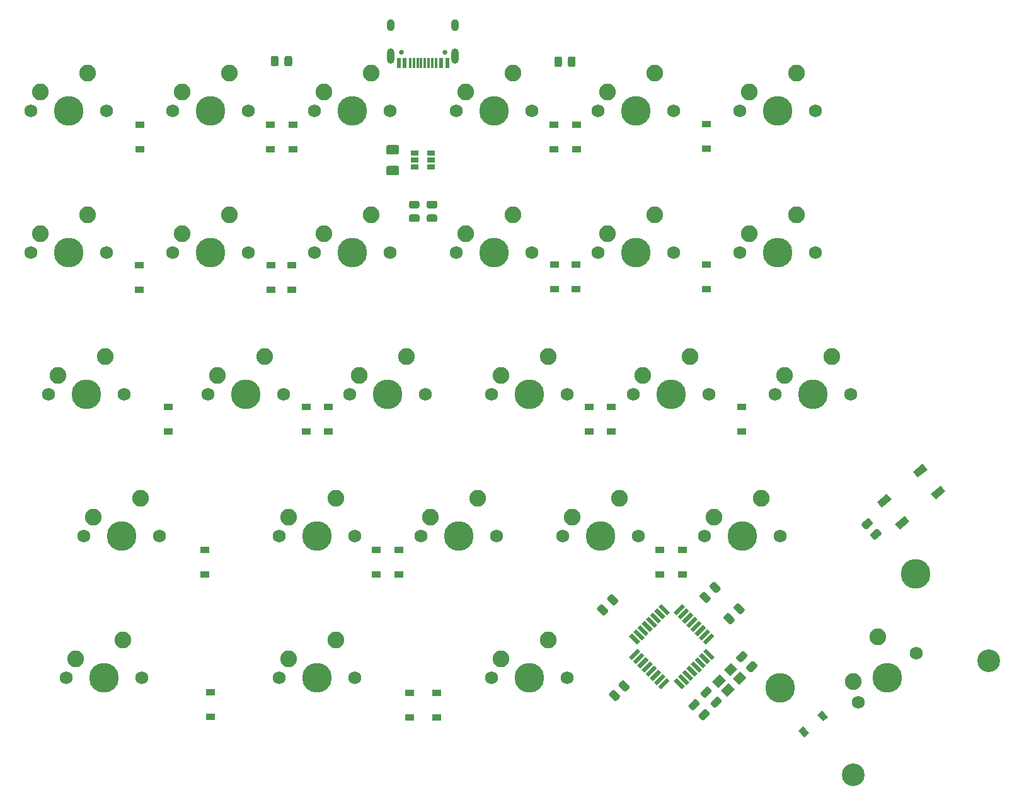
<source format=gbr>
%TF.GenerationSoftware,KiCad,Pcbnew,(5.1.9)-1*%
%TF.CreationDate,2021-07-09T15:31:47+02:00*%
%TF.ProjectId,GameHand,47616d65-4861-46e6-942e-6b696361645f,rev?*%
%TF.SameCoordinates,Original*%
%TF.FileFunction,Soldermask,Bot*%
%TF.FilePolarity,Negative*%
%FSLAX46Y46*%
G04 Gerber Fmt 4.6, Leading zero omitted, Abs format (unit mm)*
G04 Created by KiCad (PCBNEW (5.1.9)-1) date 2021-07-09 15:31:47*
%MOMM*%
%LPD*%
G01*
G04 APERTURE LIST*
%ADD10C,2.250000*%
%ADD11C,3.987800*%
%ADD12C,1.750000*%
%ADD13R,0.600000X1.450000*%
%ADD14R,0.300000X1.450000*%
%ADD15O,1.000000X2.100000*%
%ADD16C,0.650000*%
%ADD17O,1.000000X1.600000*%
%ADD18C,0.100000*%
%ADD19C,3.048000*%
%ADD20R,1.060000X0.650000*%
%ADD21R,1.200000X0.900000*%
G04 APERTURE END LIST*
D10*
%TO.C,MX43*%
X173990000Y-95726250D03*
D11*
X171450000Y-100806250D03*
D10*
X167640000Y-98266250D03*
D12*
X166370000Y-100806250D03*
X176530000Y-100806250D03*
%TD*%
%TO.C,R3*%
G36*
G01*
X174591043Y-121625156D02*
X173954644Y-120988757D01*
G75*
G02*
X173954644Y-120635207I176775J176775D01*
G01*
X174325877Y-120263974D01*
G75*
G02*
X174679427Y-120263974I176775J-176775D01*
G01*
X175315826Y-120900373D01*
G75*
G02*
X175315826Y-121253923I-176775J-176775D01*
G01*
X174944593Y-121625156D01*
G75*
G02*
X174591043Y-121625156I-176775J176775D01*
G01*
G37*
G36*
G01*
X173300573Y-122915626D02*
X172664174Y-122279227D01*
G75*
G02*
X172664174Y-121925677I176775J176775D01*
G01*
X173035407Y-121554444D01*
G75*
G02*
X173388957Y-121554444I176775J-176775D01*
G01*
X174025356Y-122190843D01*
G75*
G02*
X174025356Y-122544393I-176775J-176775D01*
G01*
X173654123Y-122915626D01*
G75*
G02*
X173300573Y-122915626I-176775J176775D01*
G01*
G37*
%TD*%
%TO.C,R6*%
G36*
G01*
X166274800Y-36583198D02*
X166274800Y-37483202D01*
G75*
G02*
X166024802Y-37733200I-249998J0D01*
G01*
X165499798Y-37733200D01*
G75*
G02*
X165249800Y-37483202I0J249998D01*
G01*
X165249800Y-36583198D01*
G75*
G02*
X165499798Y-36333200I249998J0D01*
G01*
X166024802Y-36333200D01*
G75*
G02*
X166274800Y-36583198I0J-249998D01*
G01*
G37*
G36*
G01*
X168099800Y-36583198D02*
X168099800Y-37483202D01*
G75*
G02*
X167849802Y-37733200I-249998J0D01*
G01*
X167324798Y-37733200D01*
G75*
G02*
X167074800Y-37483202I0J249998D01*
G01*
X167074800Y-36583198D01*
G75*
G02*
X167324798Y-36333200I249998J0D01*
G01*
X167849802Y-36333200D01*
G75*
G02*
X168099800Y-36583198I0J-249998D01*
G01*
G37*
%TD*%
%TO.C,R5*%
G36*
G01*
X129000200Y-37407002D02*
X129000200Y-36506998D01*
G75*
G02*
X129250198Y-36257000I249998J0D01*
G01*
X129775202Y-36257000D01*
G75*
G02*
X130025200Y-36506998I0J-249998D01*
G01*
X130025200Y-37407002D01*
G75*
G02*
X129775202Y-37657000I-249998J0D01*
G01*
X129250198Y-37657000D01*
G75*
G02*
X129000200Y-37407002I0J249998D01*
G01*
G37*
G36*
G01*
X127175200Y-37407002D02*
X127175200Y-36506998D01*
G75*
G02*
X127425198Y-36257000I249998J0D01*
G01*
X127950202Y-36257000D01*
G75*
G02*
X128200200Y-36506998I0J-249998D01*
G01*
X128200200Y-37407002D01*
G75*
G02*
X127950202Y-37657000I-249998J0D01*
G01*
X127425198Y-37657000D01*
G75*
G02*
X127175200Y-37407002I0J249998D01*
G01*
G37*
%TD*%
D13*
%TO.C,J1*%
X150874800Y-37217400D03*
X150074800Y-37217400D03*
X145174800Y-37217400D03*
X144374800Y-37217400D03*
X144374800Y-37217400D03*
X145174800Y-37217400D03*
X150074800Y-37217400D03*
X150874800Y-37217400D03*
D14*
X145874800Y-37217400D03*
X146374800Y-37217400D03*
X146874800Y-37217400D03*
X147874800Y-37217400D03*
X148374800Y-37217400D03*
X148874800Y-37217400D03*
X149374800Y-37217400D03*
X147374800Y-37217400D03*
D15*
X151944800Y-36302400D03*
X143304800Y-36302400D03*
D16*
X144734800Y-35772400D03*
D17*
X143304800Y-32122400D03*
D16*
X150514800Y-35772400D03*
D17*
X151944800Y-32122400D03*
%TD*%
D18*
%TO.C,U1*%
G36*
X185639672Y-115381035D02*
G01*
X185250763Y-114992126D01*
X186382134Y-113860755D01*
X186771043Y-114249664D01*
X185639672Y-115381035D01*
G37*
G36*
X185073986Y-114815350D02*
G01*
X184685077Y-114426441D01*
X185816448Y-113295070D01*
X186205357Y-113683979D01*
X185073986Y-114815350D01*
G37*
G36*
X184508301Y-114249664D02*
G01*
X184119392Y-113860755D01*
X185250763Y-112729384D01*
X185639672Y-113118293D01*
X184508301Y-114249664D01*
G37*
G36*
X183942616Y-113683979D02*
G01*
X183553707Y-113295070D01*
X184685078Y-112163699D01*
X185073987Y-112552608D01*
X183942616Y-113683979D01*
G37*
G36*
X183376930Y-113118293D02*
G01*
X182988021Y-112729384D01*
X184119392Y-111598013D01*
X184508301Y-111986922D01*
X183376930Y-113118293D01*
G37*
G36*
X182811245Y-112552608D02*
G01*
X182422336Y-112163699D01*
X183553707Y-111032328D01*
X183942616Y-111421237D01*
X182811245Y-112552608D01*
G37*
G36*
X182245559Y-111986923D02*
G01*
X181856650Y-111598014D01*
X182988021Y-110466643D01*
X183376930Y-110855552D01*
X182245559Y-111986923D01*
G37*
G36*
X181679874Y-111421237D02*
G01*
X181290965Y-111032328D01*
X182422336Y-109900957D01*
X182811245Y-110289866D01*
X181679874Y-111421237D01*
G37*
G36*
X180760635Y-111032328D02*
G01*
X180371726Y-111421237D01*
X179240355Y-110289866D01*
X179629264Y-109900957D01*
X180760635Y-111032328D01*
G37*
G36*
X180194950Y-111598014D02*
G01*
X179806041Y-111986923D01*
X178674670Y-110855552D01*
X179063579Y-110466643D01*
X180194950Y-111598014D01*
G37*
G36*
X179629264Y-112163699D02*
G01*
X179240355Y-112552608D01*
X178108984Y-111421237D01*
X178497893Y-111032328D01*
X179629264Y-112163699D01*
G37*
G36*
X179063579Y-112729384D02*
G01*
X178674670Y-113118293D01*
X177543299Y-111986922D01*
X177932208Y-111598013D01*
X179063579Y-112729384D01*
G37*
G36*
X178497893Y-113295070D02*
G01*
X178108984Y-113683979D01*
X176977613Y-112552608D01*
X177366522Y-112163699D01*
X178497893Y-113295070D01*
G37*
G36*
X177932208Y-113860755D02*
G01*
X177543299Y-114249664D01*
X176411928Y-113118293D01*
X176800837Y-112729384D01*
X177932208Y-113860755D01*
G37*
G36*
X177366523Y-114426441D02*
G01*
X176977614Y-114815350D01*
X175846243Y-113683979D01*
X176235152Y-113295070D01*
X177366523Y-114426441D01*
G37*
G36*
X176800837Y-114992126D02*
G01*
X176411928Y-115381035D01*
X175280557Y-114249664D01*
X175669466Y-113860755D01*
X176800837Y-114992126D01*
G37*
G36*
X175669466Y-117431645D02*
G01*
X175280557Y-117042736D01*
X176411928Y-115911365D01*
X176800837Y-116300274D01*
X175669466Y-117431645D01*
G37*
G36*
X176235152Y-117997330D02*
G01*
X175846243Y-117608421D01*
X176977614Y-116477050D01*
X177366523Y-116865959D01*
X176235152Y-117997330D01*
G37*
G36*
X176800837Y-118563016D02*
G01*
X176411928Y-118174107D01*
X177543299Y-117042736D01*
X177932208Y-117431645D01*
X176800837Y-118563016D01*
G37*
G36*
X177366522Y-119128701D02*
G01*
X176977613Y-118739792D01*
X178108984Y-117608421D01*
X178497893Y-117997330D01*
X177366522Y-119128701D01*
G37*
G36*
X177932208Y-119694387D02*
G01*
X177543299Y-119305478D01*
X178674670Y-118174107D01*
X179063579Y-118563016D01*
X177932208Y-119694387D01*
G37*
G36*
X178497893Y-120260072D02*
G01*
X178108984Y-119871163D01*
X179240355Y-118739792D01*
X179629264Y-119128701D01*
X178497893Y-120260072D01*
G37*
G36*
X179063579Y-120825757D02*
G01*
X178674670Y-120436848D01*
X179806041Y-119305477D01*
X180194950Y-119694386D01*
X179063579Y-120825757D01*
G37*
G36*
X179629264Y-121391443D02*
G01*
X179240355Y-121002534D01*
X180371726Y-119871163D01*
X180760635Y-120260072D01*
X179629264Y-121391443D01*
G37*
G36*
X182811245Y-121002534D02*
G01*
X182422336Y-121391443D01*
X181290965Y-120260072D01*
X181679874Y-119871163D01*
X182811245Y-121002534D01*
G37*
G36*
X183376930Y-120436848D02*
G01*
X182988021Y-120825757D01*
X181856650Y-119694386D01*
X182245559Y-119305477D01*
X183376930Y-120436848D01*
G37*
G36*
X183942616Y-119871163D02*
G01*
X183553707Y-120260072D01*
X182422336Y-119128701D01*
X182811245Y-118739792D01*
X183942616Y-119871163D01*
G37*
G36*
X184508301Y-119305478D02*
G01*
X184119392Y-119694387D01*
X182988021Y-118563016D01*
X183376930Y-118174107D01*
X184508301Y-119305478D01*
G37*
G36*
X185073987Y-118739792D02*
G01*
X184685078Y-119128701D01*
X183553707Y-117997330D01*
X183942616Y-117608421D01*
X185073987Y-118739792D01*
G37*
G36*
X185639672Y-118174107D02*
G01*
X185250763Y-118563016D01*
X184119392Y-117431645D01*
X184508301Y-117042736D01*
X185639672Y-118174107D01*
G37*
G36*
X186205357Y-117608421D02*
G01*
X185816448Y-117997330D01*
X184685077Y-116865959D01*
X185073986Y-116477050D01*
X186205357Y-117608421D01*
G37*
G36*
X186771043Y-117042736D02*
G01*
X186382134Y-117431645D01*
X185250763Y-116300274D01*
X185639672Y-115911365D01*
X186771043Y-117042736D01*
G37*
%TD*%
D10*
%TO.C,MX55*%
X164465000Y-114776250D03*
D11*
X161925000Y-119856250D03*
D10*
X158115000Y-117316250D03*
D12*
X156845000Y-119856250D03*
X167005000Y-119856250D03*
%TD*%
D10*
%TO.C,MX54*%
X135890000Y-114776250D03*
D11*
X133350000Y-119856250D03*
D10*
X129540000Y-117316250D03*
D12*
X128270000Y-119856250D03*
X138430000Y-119856250D03*
%TD*%
D10*
%TO.C,MX53*%
X107315000Y-114776250D03*
D11*
X104775000Y-119856250D03*
D10*
X100965000Y-117316250D03*
D12*
X99695000Y-119856250D03*
X109855000Y-119856250D03*
%TD*%
D10*
%TO.C,MX40*%
X109696250Y-95726250D03*
D11*
X107156250Y-100806250D03*
D10*
X103346250Y-98266250D03*
D12*
X102076250Y-100806250D03*
X112236250Y-100806250D03*
%TD*%
D10*
%TO.C,MX27*%
X104933750Y-76676250D03*
D11*
X102393750Y-81756250D03*
D10*
X98583750Y-79216250D03*
D12*
X97313750Y-81756250D03*
X107473750Y-81756250D03*
%TD*%
D10*
%TO.C,MX14*%
X102552500Y-57626250D03*
D11*
X100012500Y-62706250D03*
D10*
X96202500Y-60166250D03*
D12*
X94932500Y-62706250D03*
X105092500Y-62706250D03*
%TD*%
D10*
%TO.C,MX58*%
X208687592Y-114313014D03*
D11*
X210007200Y-119837200D03*
D10*
X205455890Y-120340468D03*
D12*
X206115694Y-123102561D03*
X213898706Y-116571839D03*
D19*
X205376355Y-132841210D03*
X223617788Y-117534830D03*
D11*
X195580272Y-121166693D03*
X213821705Y-105860313D03*
%TD*%
D18*
%TO.C,X1*%
G36*
X189020288Y-117767703D02*
G01*
X189868816Y-118616231D01*
X188878866Y-119606181D01*
X188030338Y-118757653D01*
X189020288Y-117767703D01*
G37*
G36*
X187464653Y-119323338D02*
G01*
X188313181Y-120171866D01*
X187323231Y-121161816D01*
X186474703Y-120313288D01*
X187464653Y-119323338D01*
G37*
G36*
X188666734Y-120525419D02*
G01*
X189515262Y-121373947D01*
X188525312Y-122363897D01*
X187676784Y-121515369D01*
X188666734Y-120525419D01*
G37*
G36*
X190222369Y-118969784D02*
G01*
X191070897Y-119818312D01*
X190080947Y-120808262D01*
X189232419Y-119959734D01*
X190222369Y-118969784D01*
G37*
%TD*%
D20*
%TO.C,U2*%
X146474000Y-50266600D03*
X146474000Y-49316600D03*
X146474000Y-51216600D03*
X148674000Y-51216600D03*
X148674000Y-50266600D03*
X148674000Y-49316600D03*
%TD*%
D18*
%TO.C,RESET*%
G36*
X214069600Y-92953127D02*
G01*
X213426812Y-92187082D01*
X214729088Y-91094343D01*
X215371876Y-91860388D01*
X214069600Y-92953127D01*
G37*
G36*
X209243520Y-97002689D02*
G01*
X208600732Y-96236644D01*
X209903008Y-95143905D01*
X210545796Y-95909950D01*
X209243520Y-97002689D01*
G37*
G36*
X216512192Y-95864095D02*
G01*
X215869404Y-95098050D01*
X217171680Y-94005311D01*
X217814468Y-94771356D01*
X216512192Y-95864095D01*
G37*
G36*
X211686112Y-99913657D02*
G01*
X211043324Y-99147612D01*
X212345600Y-98054873D01*
X212988388Y-98820918D01*
X211686112Y-99913657D01*
G37*
%TD*%
%TO.C,R4*%
G36*
G01*
X207785993Y-100443074D02*
X208475436Y-99864562D01*
G75*
G02*
X208827642Y-99895376I160696J-191510D01*
G01*
X209165109Y-100297552D01*
G75*
G02*
X209134295Y-100649758I-191510J-160696D01*
G01*
X208444852Y-101228270D01*
G75*
G02*
X208092646Y-101197456I-160696J191510D01*
G01*
X207755179Y-100795280D01*
G75*
G02*
X207785993Y-100443074I191510J160696D01*
G01*
G37*
G36*
G01*
X206612905Y-99045042D02*
X207302348Y-98466530D01*
G75*
G02*
X207654554Y-98497344I160696J-191510D01*
G01*
X207992021Y-98899520D01*
G75*
G02*
X207961207Y-99251726I-191510J-160696D01*
G01*
X207271764Y-99830238D01*
G75*
G02*
X206919558Y-99799424I-160696J191510D01*
G01*
X206582091Y-99397248D01*
G75*
G02*
X206612905Y-99045042I191510J160696D01*
G01*
G37*
%TD*%
%TO.C,R2*%
G36*
G01*
X145980998Y-57550000D02*
X146881002Y-57550000D01*
G75*
G02*
X147131000Y-57799998I0J-249998D01*
G01*
X147131000Y-58325002D01*
G75*
G02*
X146881002Y-58575000I-249998J0D01*
G01*
X145980998Y-58575000D01*
G75*
G02*
X145731000Y-58325002I0J249998D01*
G01*
X145731000Y-57799998D01*
G75*
G02*
X145980998Y-57550000I249998J0D01*
G01*
G37*
G36*
G01*
X145980998Y-55725000D02*
X146881002Y-55725000D01*
G75*
G02*
X147131000Y-55974998I0J-249998D01*
G01*
X147131000Y-56500002D01*
G75*
G02*
X146881002Y-56750000I-249998J0D01*
G01*
X145980998Y-56750000D01*
G75*
G02*
X145731000Y-56500002I0J249998D01*
G01*
X145731000Y-55974998D01*
G75*
G02*
X145980998Y-55725000I249998J0D01*
G01*
G37*
%TD*%
%TO.C,R1*%
G36*
G01*
X148368598Y-57550000D02*
X149268602Y-57550000D01*
G75*
G02*
X149518600Y-57799998I0J-249998D01*
G01*
X149518600Y-58325002D01*
G75*
G02*
X149268602Y-58575000I-249998J0D01*
G01*
X148368598Y-58575000D01*
G75*
G02*
X148118600Y-58325002I0J249998D01*
G01*
X148118600Y-57799998D01*
G75*
G02*
X148368598Y-57550000I249998J0D01*
G01*
G37*
G36*
G01*
X148368598Y-55725000D02*
X149268602Y-55725000D01*
G75*
G02*
X149518600Y-55974998I0J-249998D01*
G01*
X149518600Y-56500002D01*
G75*
G02*
X149268602Y-56750000I-249998J0D01*
G01*
X148368598Y-56750000D01*
G75*
G02*
X148118600Y-56500002I0J249998D01*
G01*
X148118600Y-55974998D01*
G75*
G02*
X148368598Y-55725000I249998J0D01*
G01*
G37*
%TD*%
D10*
%TO.C,MX44*%
X193040000Y-95726250D03*
D11*
X190500000Y-100806250D03*
D10*
X186690000Y-98266250D03*
D12*
X185420000Y-100806250D03*
X195580000Y-100806250D03*
%TD*%
D10*
%TO.C,MX42*%
X154940000Y-95726250D03*
D11*
X152400000Y-100806250D03*
D10*
X148590000Y-98266250D03*
D12*
X147320000Y-100806250D03*
X157480000Y-100806250D03*
%TD*%
D10*
%TO.C,MX41*%
X135890000Y-95726250D03*
D11*
X133350000Y-100806250D03*
D10*
X129540000Y-98266250D03*
D12*
X128270000Y-100806250D03*
X138430000Y-100806250D03*
%TD*%
D10*
%TO.C,MX32*%
X202565000Y-76676250D03*
D11*
X200025000Y-81756250D03*
D10*
X196215000Y-79216250D03*
D12*
X194945000Y-81756250D03*
X205105000Y-81756250D03*
%TD*%
D10*
%TO.C,MX31*%
X183515000Y-76676250D03*
D11*
X180975000Y-81756250D03*
D10*
X177165000Y-79216250D03*
D12*
X175895000Y-81756250D03*
X186055000Y-81756250D03*
%TD*%
D10*
%TO.C,MX30*%
X164465000Y-76676250D03*
D11*
X161925000Y-81756250D03*
D10*
X158115000Y-79216250D03*
D12*
X156845000Y-81756250D03*
X167005000Y-81756250D03*
%TD*%
D10*
%TO.C,MX29*%
X145415000Y-76676250D03*
D11*
X142875000Y-81756250D03*
D10*
X139065000Y-79216250D03*
D12*
X137795000Y-81756250D03*
X147955000Y-81756250D03*
%TD*%
D10*
%TO.C,MX28*%
X126365000Y-76676250D03*
D11*
X123825000Y-81756250D03*
D10*
X120015000Y-79216250D03*
D12*
X118745000Y-81756250D03*
X128905000Y-81756250D03*
%TD*%
D10*
%TO.C,MX19*%
X197802500Y-57626250D03*
D11*
X195262500Y-62706250D03*
D10*
X191452500Y-60166250D03*
D12*
X190182500Y-62706250D03*
X200342500Y-62706250D03*
%TD*%
D10*
%TO.C,MX18*%
X178752500Y-57626250D03*
D11*
X176212500Y-62706250D03*
D10*
X172402500Y-60166250D03*
D12*
X171132500Y-62706250D03*
X181292500Y-62706250D03*
%TD*%
D10*
%TO.C,MX17*%
X159702500Y-57626250D03*
D11*
X157162500Y-62706250D03*
D10*
X153352500Y-60166250D03*
D12*
X152082500Y-62706250D03*
X162242500Y-62706250D03*
%TD*%
D10*
%TO.C,MX16*%
X140652500Y-57626250D03*
D11*
X138112500Y-62706250D03*
D10*
X134302500Y-60166250D03*
D12*
X133032500Y-62706250D03*
X143192500Y-62706250D03*
%TD*%
D10*
%TO.C,MX15*%
X121602500Y-57626250D03*
D11*
X119062500Y-62706250D03*
D10*
X115252500Y-60166250D03*
D12*
X113982500Y-62706250D03*
X124142500Y-62706250D03*
%TD*%
D10*
%TO.C,MX6*%
X197802500Y-38576250D03*
D11*
X195262500Y-43656250D03*
D10*
X191452500Y-41116250D03*
D12*
X190182500Y-43656250D03*
X200342500Y-43656250D03*
%TD*%
D10*
%TO.C,MX5*%
X178752500Y-38576250D03*
D11*
X176212500Y-43656250D03*
D10*
X172402500Y-41116250D03*
D12*
X171132500Y-43656250D03*
X181292500Y-43656250D03*
%TD*%
D10*
%TO.C,MX4*%
X159702500Y-38576250D03*
D11*
X157162500Y-43656250D03*
D10*
X153352500Y-41116250D03*
D12*
X152082500Y-43656250D03*
X162242500Y-43656250D03*
%TD*%
D10*
%TO.C,MX3*%
X140652500Y-38576250D03*
D11*
X138112500Y-43656250D03*
D10*
X134302500Y-41116250D03*
D12*
X133032500Y-43656250D03*
X143192500Y-43656250D03*
%TD*%
D10*
%TO.C,MX2*%
X121602500Y-38576250D03*
D11*
X119062500Y-43656250D03*
D10*
X115252500Y-41116250D03*
D12*
X113982500Y-43656250D03*
X124142500Y-43656250D03*
%TD*%
D10*
%TO.C,MX1*%
X102552500Y-38576250D03*
D11*
X100012500Y-43656250D03*
D10*
X96202500Y-41116250D03*
D12*
X94932500Y-43656250D03*
X105092500Y-43656250D03*
%TD*%
%TO.C,F1*%
G36*
G01*
X144160400Y-49491600D02*
X142910400Y-49491600D01*
G75*
G02*
X142660400Y-49241600I0J250000D01*
G01*
X142660400Y-48491600D01*
G75*
G02*
X142910400Y-48241600I250000J0D01*
G01*
X144160400Y-48241600D01*
G75*
G02*
X144410400Y-48491600I0J-250000D01*
G01*
X144410400Y-49241600D01*
G75*
G02*
X144160400Y-49491600I-250000J0D01*
G01*
G37*
G36*
G01*
X144160400Y-52291600D02*
X142910400Y-52291600D01*
G75*
G02*
X142660400Y-52041600I0J250000D01*
G01*
X142660400Y-51291600D01*
G75*
G02*
X142910400Y-51041600I250000J0D01*
G01*
X144160400Y-51041600D01*
G75*
G02*
X144410400Y-51291600I0J-250000D01*
G01*
X144410400Y-52041600D01*
G75*
G02*
X144160400Y-52291600I-250000J0D01*
G01*
G37*
%TD*%
D18*
%TO.C,D58*%
G36*
X201355326Y-125723081D02*
G01*
X200583980Y-124803828D01*
X201273420Y-124225319D01*
X202044766Y-125144572D01*
X201355326Y-125723081D01*
G37*
G36*
X198827380Y-127844281D02*
G01*
X198056034Y-126925028D01*
X198745474Y-126346519D01*
X199516820Y-127265772D01*
X198827380Y-127844281D01*
G37*
%TD*%
D21*
%TO.C,D55*%
X149479000Y-121844800D03*
X149479000Y-125144800D03*
%TD*%
%TO.C,D54*%
X145846800Y-121844800D03*
X145846800Y-125144800D03*
%TD*%
%TO.C,D53*%
X119075200Y-121819400D03*
X119075200Y-125119400D03*
%TD*%
%TO.C,D44*%
X182499000Y-102693200D03*
X182499000Y-105993200D03*
%TD*%
%TO.C,D43*%
X179451000Y-102693200D03*
X179451000Y-105993200D03*
%TD*%
%TO.C,D42*%
X144348200Y-102693200D03*
X144348200Y-105993200D03*
%TD*%
%TO.C,D41*%
X141351000Y-102693200D03*
X141351000Y-105993200D03*
%TD*%
%TO.C,D40*%
X118287800Y-102667800D03*
X118287800Y-105967800D03*
%TD*%
%TO.C,D32*%
X190449200Y-83440000D03*
X190449200Y-86740000D03*
%TD*%
%TO.C,D31*%
X172923200Y-83465400D03*
X172923200Y-86765400D03*
%TD*%
%TO.C,D30*%
X169976800Y-83465400D03*
X169976800Y-86765400D03*
%TD*%
%TO.C,D29*%
X134874000Y-83465400D03*
X134874000Y-86765400D03*
%TD*%
%TO.C,D28*%
X131902200Y-83465400D03*
X131902200Y-86765400D03*
%TD*%
%TO.C,D27*%
X113360200Y-83465400D03*
X113360200Y-86765400D03*
%TD*%
%TO.C,D19*%
X185724800Y-64339200D03*
X185724800Y-67639200D03*
%TD*%
%TO.C,D18*%
X168148000Y-64339200D03*
X168148000Y-67639200D03*
%TD*%
%TO.C,D17*%
X165252400Y-64339200D03*
X165252400Y-67639200D03*
%TD*%
%TO.C,D16*%
X130022600Y-64364600D03*
X130022600Y-67664600D03*
%TD*%
%TO.C,D15*%
X127152400Y-64390000D03*
X127152400Y-67690000D03*
%TD*%
%TO.C,D14*%
X109524800Y-64364600D03*
X109524800Y-67664600D03*
%TD*%
%TO.C,D6*%
X185724800Y-45441600D03*
X185724800Y-48741600D03*
%TD*%
%TO.C,D5*%
X168249600Y-45467000D03*
X168249600Y-48767000D03*
%TD*%
%TO.C,D4*%
X165201600Y-45492400D03*
X165201600Y-48792400D03*
%TD*%
%TO.C,D3*%
X130149600Y-45492400D03*
X130149600Y-48792400D03*
%TD*%
%TO.C,D2*%
X127076200Y-45492400D03*
X127076200Y-48792400D03*
%TD*%
%TO.C,D1*%
X109550200Y-45492400D03*
X109550200Y-48792400D03*
%TD*%
%TO.C,C9*%
G36*
G01*
X186316723Y-123107473D02*
X186988474Y-122435722D01*
G75*
G02*
X187342028Y-122435722I176777J-176777D01*
G01*
X187695581Y-122789275D01*
G75*
G02*
X187695581Y-123142829I-176777J-176777D01*
G01*
X187023830Y-123814580D01*
G75*
G02*
X186670276Y-123814580I-176777J176777D01*
G01*
X186316723Y-123461027D01*
G75*
G02*
X186316723Y-123107473I176777J176777D01*
G01*
G37*
G36*
G01*
X184973221Y-121763971D02*
X185644972Y-121092220D01*
G75*
G02*
X185998526Y-121092220I176777J-176777D01*
G01*
X186352079Y-121445773D01*
G75*
G02*
X186352079Y-121799327I-176777J-176777D01*
G01*
X185680328Y-122471078D01*
G75*
G02*
X185326774Y-122471078I-176777J176777D01*
G01*
X184973221Y-122117525D01*
G75*
G02*
X184973221Y-121763971I176777J176777D01*
G01*
G37*
%TD*%
%TO.C,C8*%
G36*
G01*
X191127278Y-117024127D02*
X190455527Y-117695878D01*
G75*
G02*
X190101973Y-117695878I-176777J176777D01*
G01*
X189748420Y-117342325D01*
G75*
G02*
X189748420Y-116988771I176777J176777D01*
G01*
X190420171Y-116317020D01*
G75*
G02*
X190773725Y-116317020I176777J-176777D01*
G01*
X191127278Y-116670573D01*
G75*
G02*
X191127278Y-117024127I-176777J-176777D01*
G01*
G37*
G36*
G01*
X192470780Y-118367629D02*
X191799029Y-119039380D01*
G75*
G02*
X191445475Y-119039380I-176777J176777D01*
G01*
X191091922Y-118685827D01*
G75*
G02*
X191091922Y-118332273I176777J176777D01*
G01*
X191763673Y-117660522D01*
G75*
G02*
X192117227Y-117660522I176777J-176777D01*
G01*
X192470780Y-118014075D01*
G75*
G02*
X192470780Y-118367629I-176777J-176777D01*
G01*
G37*
%TD*%
%TO.C,C7*%
G36*
G01*
X186836073Y-108374078D02*
X186164322Y-107702327D01*
G75*
G02*
X186164322Y-107348773I176777J176777D01*
G01*
X186517875Y-106995220D01*
G75*
G02*
X186871429Y-106995220I176777J-176777D01*
G01*
X187543180Y-107666971D01*
G75*
G02*
X187543180Y-108020525I-176777J-176777D01*
G01*
X187189627Y-108374078D01*
G75*
G02*
X186836073Y-108374078I-176777J176777D01*
G01*
G37*
G36*
G01*
X185492571Y-109717580D02*
X184820820Y-109045829D01*
G75*
G02*
X184820820Y-108692275I176777J176777D01*
G01*
X185174373Y-108338722D01*
G75*
G02*
X185527927Y-108338722I176777J-176777D01*
G01*
X186199678Y-109010473D01*
G75*
G02*
X186199678Y-109364027I-176777J-176777D01*
G01*
X185846125Y-109717580D01*
G75*
G02*
X185492571Y-109717580I-176777J176777D01*
G01*
G37*
%TD*%
%TO.C,C3*%
G36*
G01*
X184691122Y-124783873D02*
X185362873Y-124112122D01*
G75*
G02*
X185716427Y-124112122I176777J-176777D01*
G01*
X186069980Y-124465675D01*
G75*
G02*
X186069980Y-124819229I-176777J-176777D01*
G01*
X185398229Y-125490980D01*
G75*
G02*
X185044675Y-125490980I-176777J176777D01*
G01*
X184691122Y-125137427D01*
G75*
G02*
X184691122Y-124783873I176777J176777D01*
G01*
G37*
G36*
G01*
X183347620Y-123440371D02*
X184019371Y-122768620D01*
G75*
G02*
X184372925Y-122768620I176777J-176777D01*
G01*
X184726478Y-123122173D01*
G75*
G02*
X184726478Y-123475727I-176777J-176777D01*
G01*
X184054727Y-124147478D01*
G75*
G02*
X183701173Y-124147478I-176777J176777D01*
G01*
X183347620Y-123793925D01*
G75*
G02*
X183347620Y-123440371I176777J176777D01*
G01*
G37*
%TD*%
%TO.C,C2*%
G36*
G01*
X190061873Y-111244278D02*
X189390122Y-110572527D01*
G75*
G02*
X189390122Y-110218973I176777J176777D01*
G01*
X189743675Y-109865420D01*
G75*
G02*
X190097229Y-109865420I176777J-176777D01*
G01*
X190768980Y-110537171D01*
G75*
G02*
X190768980Y-110890725I-176777J-176777D01*
G01*
X190415427Y-111244278D01*
G75*
G02*
X190061873Y-111244278I-176777J176777D01*
G01*
G37*
G36*
G01*
X188718371Y-112587780D02*
X188046620Y-111916029D01*
G75*
G02*
X188046620Y-111562475I176777J176777D01*
G01*
X188400173Y-111208922D01*
G75*
G02*
X188753727Y-111208922I176777J-176777D01*
G01*
X189425478Y-111880673D01*
G75*
G02*
X189425478Y-112234227I-176777J-176777D01*
G01*
X189071925Y-112587780D01*
G75*
G02*
X188718371Y-112587780I-176777J176777D01*
G01*
G37*
%TD*%
%TO.C,C1*%
G36*
G01*
X171775176Y-110026473D02*
X172446927Y-110698224D01*
G75*
G02*
X172446927Y-111051778I-176777J-176777D01*
G01*
X172093374Y-111405331D01*
G75*
G02*
X171739820Y-111405331I-176777J176777D01*
G01*
X171068069Y-110733580D01*
G75*
G02*
X171068069Y-110380026I176777J176777D01*
G01*
X171421622Y-110026473D01*
G75*
G02*
X171775176Y-110026473I176777J-176777D01*
G01*
G37*
G36*
G01*
X173118678Y-108682971D02*
X173790429Y-109354722D01*
G75*
G02*
X173790429Y-109708276I-176777J-176777D01*
G01*
X173436876Y-110061829D01*
G75*
G02*
X173083322Y-110061829I-176777J176777D01*
G01*
X172411571Y-109390078D01*
G75*
G02*
X172411571Y-109036524I176777J176777D01*
G01*
X172765124Y-108682971D01*
G75*
G02*
X173118678Y-108682971I176777J-176777D01*
G01*
G37*
%TD*%
M02*

</source>
